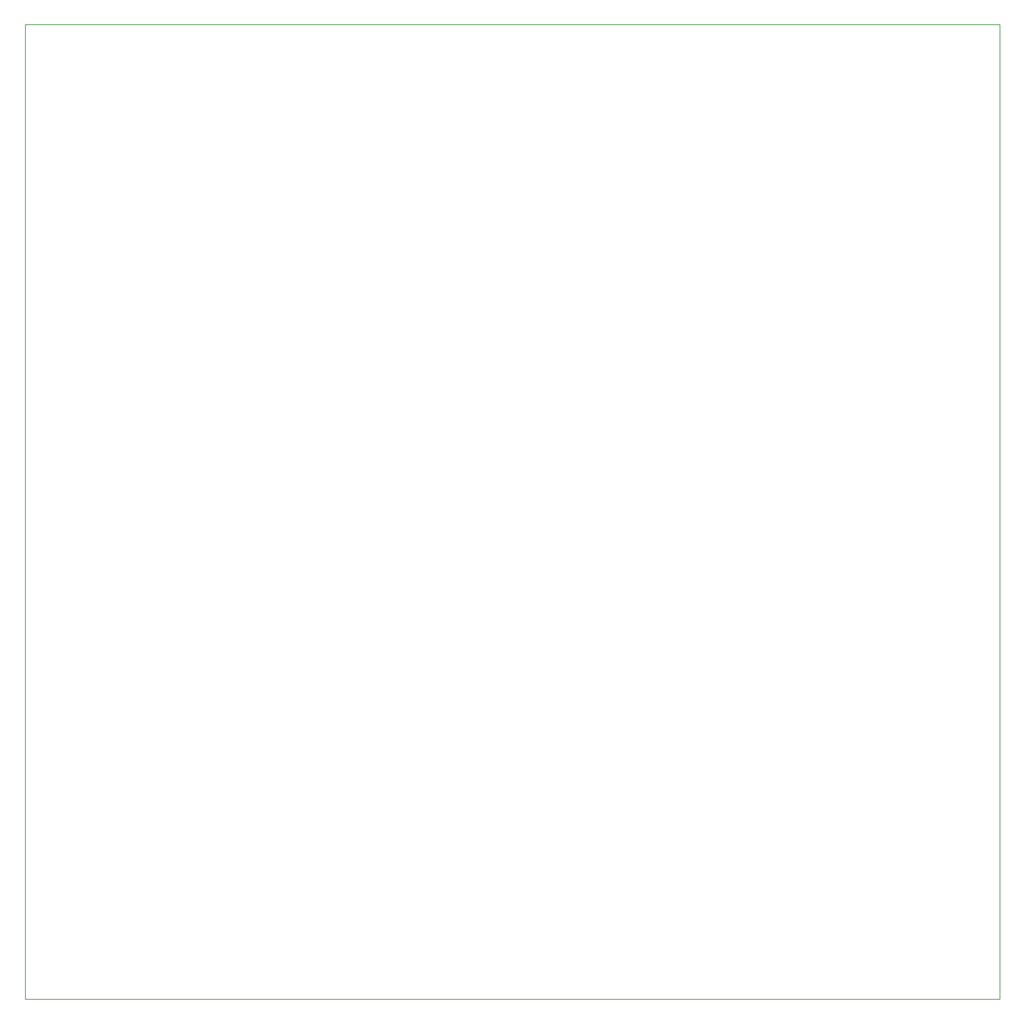
<source format=gbr>
G04 #@! TF.GenerationSoftware,KiCad,Pcbnew,7.0.5*
G04 #@! TF.CreationDate,2023-06-25T14:15:16+02:00*
G04 #@! TF.ProjectId,pcb_6_muxes,7063625f-365f-46d7-9578-65732e6b6963,rev?*
G04 #@! TF.SameCoordinates,Original*
G04 #@! TF.FileFunction,Profile,NP*
%FSLAX46Y46*%
G04 Gerber Fmt 4.6, Leading zero omitted, Abs format (unit mm)*
G04 Created by KiCad (PCBNEW 7.0.5) date 2023-06-25 14:15:16*
%MOMM*%
%LPD*%
G01*
G04 APERTURE LIST*
G04 #@! TA.AperFunction,Profile*
%ADD10C,0.100000*%
G04 #@! TD*
G04 APERTURE END LIST*
D10*
X187960000Y-22860000D02*
X66040000Y-22860000D01*
X66040000Y-22860000D02*
X66040000Y-144780000D01*
X187960000Y-144780000D02*
X66040000Y-144780000D01*
X187960000Y-22860000D02*
X187960000Y-144780000D01*
M02*

</source>
